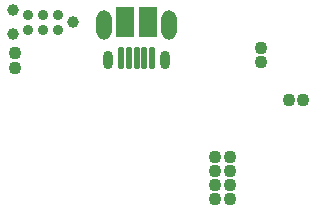
<source format=gbr>
%TF.GenerationSoftware,KiCad,Pcbnew,7.0.7*%
%TF.CreationDate,2023-11-24T16:48:55-08:00*%
%TF.ProjectId,beeper-design,62656570-6572-42d6-9465-7369676e2e6b,rev?*%
%TF.SameCoordinates,Original*%
%TF.FileFunction,Soldermask,Bot*%
%TF.FilePolarity,Negative*%
%FSLAX46Y46*%
G04 Gerber Fmt 4.6, Leading zero omitted, Abs format (unit mm)*
G04 Created by KiCad (PCBNEW 7.0.7) date 2023-11-24 16:48:55*
%MOMM*%
%LPD*%
G01*
G04 APERTURE LIST*
G04 Aperture macros list*
%AMRoundRect*
0 Rectangle with rounded corners*
0 $1 Rounding radius*
0 $2 $3 $4 $5 $6 $7 $8 $9 X,Y pos of 4 corners*
0 Add a 4 corners polygon primitive as box body*
4,1,4,$2,$3,$4,$5,$6,$7,$8,$9,$2,$3,0*
0 Add four circle primitives for the rounded corners*
1,1,$1+$1,$2,$3*
1,1,$1+$1,$4,$5*
1,1,$1+$1,$6,$7*
1,1,$1+$1,$8,$9*
0 Add four rect primitives between the rounded corners*
20,1,$1+$1,$2,$3,$4,$5,0*
20,1,$1+$1,$4,$5,$6,$7,0*
20,1,$1+$1,$6,$7,$8,$9,0*
20,1,$1+$1,$8,$9,$2,$3,0*%
G04 Aperture macros list end*
%ADD10C,0.889000*%
%ADD11C,0.991000*%
%ADD12C,1.102000*%
%ADD13RoundRect,0.051000X0.200000X0.875000X-0.200000X0.875000X-0.200000X-0.875000X0.200000X-0.875000X0*%
%ADD14O,0.832000X1.562000*%
%ADD15O,1.302000X2.502000*%
%ADD16RoundRect,0.051000X0.712500X1.250000X-0.712500X1.250000X-0.712500X-1.250000X0.712500X-1.250000X0*%
G04 APERTURE END LIST*
D10*
%TO.C,J1*%
X130529807Y-99612428D03*
X129259807Y-99612428D03*
X127989807Y-99612428D03*
X130529807Y-100882428D03*
X129259807Y-100882428D03*
X127989807Y-100882428D03*
D11*
X131799807Y-100247428D03*
X126719807Y-99231428D03*
X126719807Y-101263428D03*
%TD*%
D12*
%TO.C,TP7*%
X143820212Y-112845351D03*
%TD*%
%TO.C,TP8*%
X143820212Y-114048551D03*
%TD*%
%TO.C,TP5*%
X145023412Y-111642151D03*
%TD*%
D13*
%TO.C,J6*%
X135844176Y-103280414D03*
X136494176Y-103280414D03*
X137144176Y-103280414D03*
X137794176Y-103280414D03*
X138444176Y-103280414D03*
D14*
X134719176Y-103485414D03*
X139569176Y-103485414D03*
D15*
X134419176Y-100455414D03*
X139869176Y-100455414D03*
D16*
X136181676Y-100205414D03*
X138106676Y-100205414D03*
%TD*%
D12*
%TO.C,TP6*%
X145023412Y-112845351D03*
%TD*%
%TO.C,TP10*%
X145023412Y-114048551D03*
%TD*%
%TO.C,TP9*%
X143820212Y-111642151D03*
%TD*%
%TO.C,TP3*%
X151278579Y-106823930D03*
%TD*%
%TO.C,TP4*%
X150075378Y-106823930D03*
%TD*%
%TO.C,TP12*%
X145023412Y-115251751D03*
%TD*%
%TO.C,TP11*%
X143820212Y-115251751D03*
%TD*%
%TO.C,TP13*%
X147713662Y-103637592D03*
%TD*%
%TO.C,TP14*%
X147713662Y-102434392D03*
%TD*%
%TO.C,TP2*%
X126876243Y-102892130D03*
%TD*%
%TO.C,TP1*%
X126876243Y-104095330D03*
%TD*%
M02*

</source>
